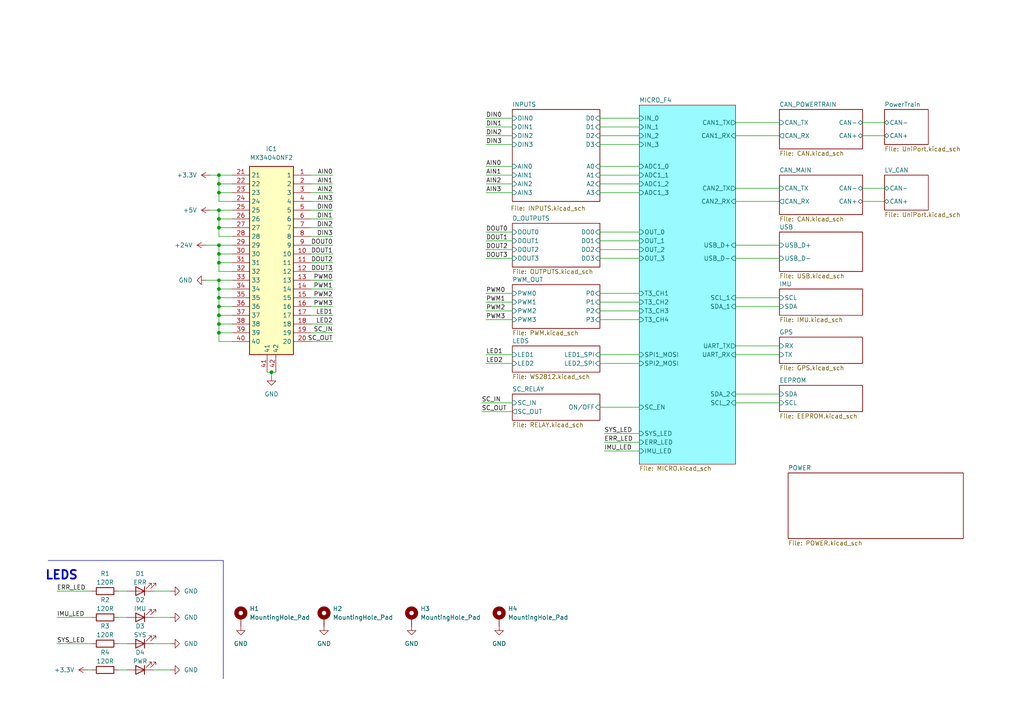
<source format=kicad_sch>
(kicad_sch (version 20231120) (generator "eeschema") (generator_version "8.0")
  (paper "A4")
  (title_block (title "TeR_ECU") (date "2024-11-03") (rev "V2.0.0") (company "Tecnun-eRacing") (comment 1 "Ozuba"))
  (lib_symbols
    (symbol "+3.3V_1" (power) (pin_numbers hide) (pin_names (offset 0) hide)
      (property "Value" "+3.3V" (at 0 3.556 0))
      (symbol "+3.3V_1_0_1"
        (polyline (pts (xy -0.762 1.27) (xy 0 2.54)))
        (polyline (pts (xy 0 0) (xy 0 2.54)))
        (polyline (pts (xy 0 2.54) (xy 0.762 1.27)))
      )
      (symbol "+3.3V_1_1_1"
        (pin power_in line (at 0 0 90) (length 0) (name "~") (number "1"))
      )
    )
    (symbol "Device:LED" (pin_numbers hide) (pin_names (offset 1.016) hide)
      (property "Reference" "D" (at 0 2.54 0))
      (property "Value" "LED" (at 0 -2.54 0))
      (symbol "LED_0_1"
        (polyline (pts (xy -1.27 -1.27) (xy -1.27 1.27)) (stroke (width 0.254)))
        (polyline (pts (xy -1.27 0) (xy 1.27 0)))
        (polyline (pts (xy 1.27 -1.27) (xy 1.27 1.27) (xy -1.27 0) (xy 1.27 -1.27)) (stroke (width 0.254)))
        (polyline (pts (xy -3.048 -0.762) (xy -4.572 -2.286) (xy -3.81 -2.286) (xy -4.572 -2.286) (xy -4.572 -1.524)))
        (polyline (pts (xy -1.778 -0.762) (xy -3.302 -2.286) (xy -2.54 -2.286) (xy -3.302 -2.286) (xy -3.302 -1.524)))
      )
      (symbol "LED_1_1"
        (pin passive line (at -3.81 0 0) (length 2.54) (name "K") (number "1"))
        (pin passive line (at 3.81 0 180) (length 2.54) (name "A") (number "2"))
      )
    )
    (symbol "Device:R" (pin_numbers hide) (pin_names (offset 0))
      (property "Reference" "R" (at 2.032 0 90))
      (property "Value" "R" (at 0 0 90))
      (symbol "R_0_1"
        (rectangle (start -1.016 -2.54) (end 1.016 2.54) (stroke (width 0.254)))
      )
      (symbol "R_1_1"
        (pin passive line (at 0 3.81 270) (length 1.27) (name "~") (number "1"))
        (pin passive line (at 0 -3.81 90) (length 1.27) (name "~") (number "2"))
      )
    )
    (symbol "MX34040NF2:MX34040NF2"
      (property "Reference" "IC1" (at 11.43 7.62 0))
      (property "Value" "MX34040NF2" (at 11.43 5.08 0))
      (symbol "MX34040NF2_1_1"
        (rectangle (start 5.08 2.54) (end 17.78 -52.07) (stroke (width 0.254)) (fill (type background)))
        (pin passive line (at 0 0 0) (length 5.08) (name "1") (number "1"))
        (pin passive line (at 0 -22.86 0) (length 5.08) (name "10") (number "10"))
        (pin passive line (at 0 -25.4 0) (length 5.08) (name "11") (number "11"))
        (pin passive line (at 0 -27.94 0) (length 5.08) (name "12") (number "12"))
        (pin passive line (at 0 -30.48 0) (length 5.08) (name "13") (number "13"))
        (pin passive line (at 0 -33.02 0) (length 5.08) (name "14") (number "14"))
        (pin passive line (at 0 -35.56 0) (length 5.08) (name "15") (number "15"))
        (pin passive line (at 0 -38.1 0) (length 5.08) (name "16") (number "16"))
        (pin passive line (at 0 -40.64 0) (length 5.08) (name "17") (number "17"))
        (pin passive line (at 0 -43.18 0) (length 5.08) (name "18") (number "18"))
        (pin passive line (at 0 -45.72 0) (length 5.08) (name "19") (number "19"))
        (pin passive line (at 0 -2.54 0) (length 5.08) (name "2") (number "2"))
        (pin passive line (at 0 -48.26 0) (length 5.08) (name "20") (number "20"))
        (pin passive line (at 22.86 0 180) (length 5.08) (name "21") (number "21"))
        (pin passive line (at 22.86 -2.54 180) (length 5.08) (name "22") (number "22"))
        (pin passive line (at 22.86 -5.08 180) (length 5.08) (name "23") (number "23"))
        (pin passive line (at 22.86 -7.62 180) (length 5.08) (name "24") (number "24"))
        (pin passive line (at 22.86 -10.16 180) (length 5.08) (name "25") (number "25"))
        (pin passive line (at 22.86 -12.7 180) (length 5.08) (name "26") (number "26"))
        (pin passive line (at 22.86 -15.24 180) (length 5.08) (name "27") (number "27"))
        (pin passive line (at 22.86 -17.78 180) (length 5.08) (name "28") (number "28"))
        (pin passive line (at 22.86 -20.32 180) (length 5.08) (name "29") (number "29"))
        (pin passive line (at 0 -5.08 0) (length 5.08) (name "3") (number "3"))
        (pin passive line (at 22.86 -22.86 180) (length 5.08) (name "30") (number "30"))
        (pin passive line (at 22.86 -25.4 180) (length 5.08) (name "31") (number "31"))
        (pin passive line (at 22.86 -27.94 180) (length 5.08) (name "32") (number "32"))
        (pin passive line (at 22.86 -30.48 180) (length 5.08) (name "33") (number "33"))
        (pin passive line (at 22.86 -33.02 180) (length 5.08) (name "34") (number "34"))
        (pin passive line (at 22.86 -35.56 180) (length 5.08) (name "35") (number "35"))
        (pin passive line (at 22.86 -38.1 180) (length 5.08) (name "36") (number "36"))
        (pin passive line (at 22.86 -40.64 180) (length 5.08) (name "37") (number "37"))
        (pin passive line (at 22.86 -43.18 180) (length 5.08) (name "38") (number "38"))
        (pin passive line (at 22.86 -45.72 180) (length 5.08) (name "39") (number "39"))
        (pin passive line (at 0 -7.62 0) (length 5.08) (name "4") (number "4"))
        (pin passive line (at 22.86 -48.26 180) (length 5.08) (name "40") (number "40"))
        (pin passive line (at 12.7 -57.15 90) (length 5.08) (name "41") (number "41"))
        (pin passive line (at 10.16 -57.15 90) (length 5.08) (name "42") (number "42"))
        (pin passive line (at 0 -10.16 0) (length 5.08) (name "5") (number "5"))
        (pin passive line (at 0 -12.7 0) (length 5.08) (name "6") (number "6"))
        (pin passive line (at 0 -15.24 0) (length 5.08) (name "7") (number "7"))
        (pin passive line (at 0 -17.78 0) (length 5.08) (name "8") (number "8"))
        (pin passive line (at 0 -20.32 0) (length 5.08) (name "9") (number "9"))
      )
    )
    (symbol "Mechanical:MountingHole_Pad" (pin_numbers hide) (pin_names (offset 1.016) hide)
      (property "Reference" "H" (at 0 6.35 0))
      (property "Value" "MountingHole_Pad" (at 0 4.445 0))
      (symbol "MountingHole_Pad_0_1"
        (circle (center 0 1.27) (radius 1.27) (stroke (width 1.27)))
      )
      (symbol "MountingHole_Pad_1_1"
        (pin input line (at 0 -2.54 90) (length 2.54) (name "1") (number "1"))
      )
    )
    (symbol "power:+24V" (power) (pin_numbers hide) (pin_names (offset 0) hide)
      (property "Value" "+24V" (at 0 3.556 0))
      (symbol "+24V_0_1"
        (polyline (pts (xy -0.762 1.27) (xy 0 2.54)))
        (polyline (pts (xy 0 0) (xy 0 2.54)))
        (polyline (pts (xy 0 2.54) (xy 0.762 1.27)))
      )
      (symbol "+24V_1_1"
        (pin power_in line (at 0 0 90) (length 0) (name "~") (number "1"))
      )
    )
    (symbol "power:+3.3V" (power) (pin_names (offset 0))
      (property "Value" "+3.3V" (at 0 3.556 0))
      (symbol "+3.3V_0_1"
        (polyline (pts (xy -0.762 1.27) (xy 0 2.54)))
        (polyline (pts (xy 0 0) (xy 0 2.54)))
        (polyline (pts (xy 0 2.54) (xy 0.762 1.27)))
      )
      (symbol "+3.3V_1_1"
        (pin power_in line (at 0 0 90) (length 0) hide (name "+3.3V") (number "1"))
      )
    )
    (symbol "power:+5V" (power) (pin_names (offset 0))
      (property "Value" "+5V" (at 0 3.556 0))
      (symbol "+5V_0_1"
        (polyline (pts (xy -0.762 1.27) (xy 0 2.54)))
        (polyline (pts (xy 0 0) (xy 0 2.54)))
        (polyline (pts (xy 0 2.54) (xy 0.762 1.27)))
      )
      (symbol "+5V_1_1"
        (pin power_in line (at 0 0 90) (length 0) hide (name "+5V") (number "1"))
      )
    )
    (symbol "power:GND" (power) (pin_names (offset 0))
      (property "Value" "GND" (at 0 -3.81 0))
      (symbol "GND_0_1"
        (polyline (pts (xy 0 0) (xy 0 -1.27) (xy 1.27 -1.27) (xy 0 -2.54) (xy -1.27 -1.27) (xy 0 -1.27)))
      )
      (symbol "GND_1_1"
        (pin power_in line (at 0 0 270) (length 0) hide (name "GND") (number "1"))
      )
    )
  )
  (junction (at 63.5 50.8))
  (junction (at 63.5 53.34))
  (junction (at 63.5 91.44))
  (junction (at 63.5 63.5))
  (junction (at 63.5 71.12))
  (junction (at 63.5 76.2))
  (junction (at 63.5 88.9))
  (junction (at 63.5 83.82))
  (junction (at 63.5 66.04))
  (junction (at 78.74 107.95))
  (junction (at 63.5 73.66))
  (junction (at 63.5 60.96))
  (junction (at 63.5 55.88))
  (junction (at 63.5 81.28))
  (junction (at 63.5 96.52))
  (junction (at 63.5 86.36))
  (junction (at 63.5 93.98))
  (wire (pts (xy 140.97 92.71) (xy 148.59 92.71)))
  (wire (pts (xy 173.99 72.39) (xy 185.42 72.39)))
  (wire (pts (xy 140.97 105.41) (xy 148.59 105.41)))
  (wire (pts (xy 139.7 116.84) (xy 148.59 116.84)))
  (wire (pts (xy 173.99 34.29) (xy 185.42 34.29)))
  (wire (pts (xy 63.5 50.8) (xy 67.31 50.8)))
  (wire (pts (xy 63.5 60.96) (xy 63.5 63.5)))
  (wire (pts (xy 34.29 186.69) (xy 36.83 186.69)))
  (wire (pts (xy 90.17 50.8) (xy 96.52 50.8)))
  (wire (pts (xy 44.45 171.45) (xy 49.53 171.45)))
  (wire (pts (xy 213.36 39.37) (xy 226.06 39.37)))
  (wire (pts (xy 67.31 99.06) (xy 63.5 99.06)))
  (wire (pts (xy 44.45 179.07) (xy 49.53 179.07)))
  (wire (pts (xy 16.51 171.45) (xy 26.67 171.45)))
  (wire (pts (xy 63.5 99.06) (xy 63.5 96.52)))
  (wire (pts (xy 140.97 102.87) (xy 148.59 102.87)))
  (wire (pts (xy 213.36 86.36) (xy 226.06 86.36)))
  (wire (pts (xy 63.5 91.44) (xy 63.5 88.9)))
  (wire (pts (xy 90.17 93.98) (xy 96.52 93.98)))
  (wire (pts (xy 63.5 55.88) (xy 63.5 58.42)))
  (wire (pts (xy 63.5 73.66) (xy 63.5 71.12)))
  (wire (pts (xy 63.5 81.28) (xy 67.31 81.28)))
  (wire (pts (xy 90.17 81.28) (xy 96.52 81.28)))
  (wire (pts (xy 173.99 39.37) (xy 185.42 39.37)))
  (wire (pts (xy 173.99 36.83) (xy 185.42 36.83)))
  (wire (pts (xy 34.29 171.45) (xy 36.83 171.45)))
  (wire (pts (xy 139.7 119.38) (xy 148.59 119.38)))
  (wire (pts (xy 63.5 71.12) (xy 67.31 71.12)))
  (wire (pts (xy 90.17 73.66) (xy 96.52 73.66)))
  (wire (pts (xy 90.17 66.04) (xy 96.52 66.04)))
  (wire (pts (xy 90.17 83.82) (xy 96.52 83.82)))
  (wire (pts (xy 63.5 76.2) (xy 63.5 73.66)))
  (wire (pts (xy 90.17 68.58) (xy 96.52 68.58)))
  (wire (pts (xy 63.5 96.52) (xy 63.5 93.98)))
  (wire (pts (xy 67.31 73.66) (xy 63.5 73.66)))
  (wire (pts (xy 213.36 88.9) (xy 226.06 88.9)))
  (wire (pts (xy 140.97 74.93) (xy 148.59 74.93)))
  (wire (pts (xy 140.97 36.83) (xy 148.59 36.83)))
  (wire (pts (xy 213.36 54.61) (xy 226.06 54.61)))
  (wire (pts (xy 90.17 55.88) (xy 96.52 55.88)))
  (wire (pts (xy 175.26 128.27) (xy 185.42 128.27)))
  (wire (pts (xy 63.5 88.9) (xy 63.5 86.36)))
  (wire (pts (xy 213.36 102.87) (xy 226.06 102.87)))
  (wire (pts (xy 78.74 109.22) (xy 78.74 107.95)))
  (wire (pts (xy 77.47 107.95) (xy 78.74 107.95)))
  (wire (pts (xy 173.99 90.17) (xy 185.42 90.17)))
  (wire (pts (xy 63.5 83.82) (xy 63.5 86.36)))
  (wire (pts (xy 90.17 78.74) (xy 96.52 78.74)))
  (wire (pts (xy 173.99 74.93) (xy 185.42 74.93)))
  (wire (pts (xy 213.36 116.84) (xy 226.06 116.84)))
  (wire (pts (xy 173.99 55.88) (xy 185.42 55.88)))
  (wire (pts (xy 67.31 83.82) (xy 63.5 83.82)))
  (wire (pts (xy 25.4 194.31) (xy 26.67 194.31)))
  (wire (pts (xy 67.31 78.74) (xy 63.5 78.74)))
  (wire (pts (xy 67.31 88.9) (xy 63.5 88.9)))
  (wire (pts (xy 90.17 71.12) (xy 96.52 71.12)))
  (wire (pts (xy 173.99 118.11) (xy 185.42 118.11)))
  (wire (pts (xy 90.17 53.34) (xy 96.52 53.34)))
  (wire (pts (xy 173.99 87.63) (xy 185.42 87.63)))
  (wire (pts (xy 173.99 85.09) (xy 185.42 85.09)))
  (wire (pts (xy 173.99 105.41) (xy 185.42 105.41)))
  (wire (pts (xy 173.99 69.85) (xy 185.42 69.85)))
  (wire (pts (xy 140.97 50.8) (xy 148.59 50.8)))
  (wire (pts (xy 173.99 48.26) (xy 185.42 48.26)))
  (wire (pts (xy 96.52 99.06) (xy 90.17 99.06)))
  (wire (pts (xy 90.17 91.44) (xy 96.52 91.44)))
  (wire (pts (xy 63.5 55.88) (xy 67.31 55.88)))
  (wire (pts (xy 90.17 63.5) (xy 96.52 63.5)))
  (wire (pts (xy 96.52 96.52) (xy 90.17 96.52)))
  (wire (pts (xy 63.5 63.5) (xy 63.5 66.04)))
  (wire (pts (xy 140.97 55.88) (xy 148.59 55.88)))
  (wire (pts (xy 90.17 58.42) (xy 96.52 58.42)))
  (wire (pts (xy 63.5 63.5) (xy 67.31 63.5)))
  (wire (pts (xy 140.97 90.17) (xy 148.59 90.17)))
  (wire (pts (xy 34.29 179.07) (xy 36.83 179.07)))
  (wire (pts (xy 140.97 69.85) (xy 148.59 69.85)))
  (wire (pts (xy 173.99 92.71) (xy 185.42 92.71)))
  (wire (pts (xy 140.97 85.09) (xy 148.59 85.09)))
  (wire (pts (xy 140.97 39.37) (xy 148.59 39.37)))
  (wire (pts (xy 63.5 66.04) (xy 67.31 66.04)))
  (wire (pts (xy 250.19 39.37) (xy 256.54 39.37)))
  (wire (pts (xy 90.17 76.2) (xy 96.52 76.2)))
  (wire (pts (xy 140.97 87.63) (xy 148.59 87.63)))
  (wire (pts (xy 175.26 130.81) (xy 185.42 130.81)))
  (wire (pts (xy 63.5 93.98) (xy 63.5 91.44)))
  (wire (pts (xy 173.99 53.34) (xy 185.42 53.34)))
  (wire (pts (xy 213.36 35.56) (xy 226.06 35.56)))
  (wire (pts (xy 140.97 72.39) (xy 148.59 72.39)))
  (wire (pts (xy 213.36 114.3) (xy 226.06 114.3)))
  (wire (pts (xy 173.99 41.91) (xy 185.42 41.91)))
  (wire (pts (xy 90.17 88.9) (xy 96.52 88.9)))
  (wire (pts (xy 59.69 81.28) (xy 63.5 81.28)))
  (wire (pts (xy 16.51 179.07) (xy 26.67 179.07)))
  (wire (pts (xy 213.36 58.42) (xy 226.06 58.42)))
  (wire (pts (xy 63.5 53.34) (xy 67.31 53.34)))
  (wire (pts (xy 173.99 50.8) (xy 185.42 50.8)))
  (wire (pts (xy 175.26 125.73) (xy 185.42 125.73)))
  (polyline (pts (xy 13.97 162.56) (xy 64.77 162.56)))
  (wire (pts (xy 140.97 34.29) (xy 148.59 34.29)))
  (wire (pts (xy 44.45 194.31) (xy 49.53 194.31)))
  (wire (pts (xy 67.31 76.2) (xy 63.5 76.2)))
  (wire (pts (xy 213.36 74.93) (xy 226.06 74.93)))
  (wire (pts (xy 63.5 66.04) (xy 63.5 68.58)))
  (wire (pts (xy 173.99 67.31) (xy 185.42 67.31)))
  (wire (pts (xy 63.5 53.34) (xy 63.5 55.88)))
  (wire (pts (xy 78.74 107.95) (xy 80.01 107.95)))
  (wire (pts (xy 63.5 60.96) (xy 67.31 60.96)))
  (wire (pts (xy 250.19 35.56) (xy 256.54 35.56)))
  (wire (pts (xy 67.31 91.44) (xy 63.5 91.44)))
  (wire (pts (xy 60.96 60.96) (xy 63.5 60.96)))
  (wire (pts (xy 63.5 83.82) (xy 63.5 81.28)))
  (wire (pts (xy 59.69 71.12) (xy 63.5 71.12)))
  (wire (pts (xy 213.36 100.33) (xy 226.06 100.33)))
  (wire (pts (xy 63.5 50.8) (xy 63.5 53.34)))
  (wire (pts (xy 173.99 102.87) (xy 185.42 102.87)))
  (wire (pts (xy 67.31 96.52) (xy 63.5 96.52)))
  (wire (pts (xy 60.96 50.8) (xy 63.5 50.8)))
  (wire (pts (xy 67.31 86.36) (xy 63.5 86.36)))
  (wire (pts (xy 140.97 67.31) (xy 148.59 67.31)))
  (wire (pts (xy 63.5 58.42) (xy 67.31 58.42)))
  (wire (pts (xy 67.31 93.98) (xy 63.5 93.98)))
  (wire (pts (xy 16.51 186.69) (xy 26.67 186.69)))
  (wire (pts (xy 140.97 48.26) (xy 148.59 48.26)))
  (wire (pts (xy 90.17 60.96) (xy 96.52 60.96)))
  (wire (pts (xy 34.29 194.31) (xy 36.83 194.31)))
  (wire (pts (xy 250.19 54.61) (xy 256.54 54.61)))
  (wire (pts (xy 140.97 53.34) (xy 148.59 53.34)))
  (wire (pts (xy 90.17 86.36) (xy 96.52 86.36)))
  (wire (pts (xy 140.97 41.91) (xy 148.59 41.91)))
  (wire (pts (xy 213.36 71.12) (xy 226.06 71.12)))
  (wire (pts (xy 63.5 68.58) (xy 67.31 68.58)))
  (wire (pts (xy 63.5 78.74) (xy 63.5 76.2)))
  (wire (pts (xy 250.19 58.42) (xy 256.54 58.42)))
  (wire (pts (xy 44.45 186.69) (xy 49.53 186.69)))
  (polyline (pts (xy 64.77 162.56) (xy 64.77 196.85)))
  (text "LEDS\n" (at 12.954 168.402 0) (effects (font (size 2.5 2.5) (thickness 0.5) (bold yes)) (justify left bottom)))
  (label "PWM1" (at 140.97 87.63 0))
  (label "DOUT0" (at 96.52 71.12 180))
  (label "PWM2" (at 96.52 86.36 180))
  (label "DOUT0" (at 140.97 67.31 0))
  (label "IMU_LED" (at 16.51 179.07 0))
  (label "SYS_LED" (at 175.26 125.73 0))
  (label "DIN0" (at 96.52 60.96 180))
  (label "DOUT1" (at 140.97 69.85 0))
  (label "PWM3" (at 96.52 88.9 180))
  (label "DIN1" (at 96.52 63.5 180))
  (label "DOUT2" (at 96.52 76.2 180))
  (label "PWM3" (at 140.97 92.71 0))
  (label "AIN2" (at 96.52 55.88 180))
  (label "SC_OUT" (at 96.52 99.06 180))
  (label "DIN0" (at 140.97 34.29 0))
  (label "AIN1" (at 140.97 50.8 0))
  (label "PWM0" (at 96.52 81.28 180))
  (label "ERR_LED" (at 16.51 171.45 0))
  (label "AIN3" (at 96.52 58.42 180))
  (label "SC_OUT" (at 139.7 119.38 0))
  (label "LED1" (at 96.52 91.44 180))
  (label "DIN3" (at 140.97 41.91 0))
  (label "SC_IN" (at 96.52 96.52 180))
  (label "LED1" (at 140.97 102.87 0))
  (label "DIN3" (at 96.52 68.58 180))
  (label "AIN2" (at 140.97 53.34 0))
  (label "DOUT3" (at 140.97 74.93 0))
  (label "AIN1" (at 96.52 53.34 180))
  (label "DIN2" (at 140.97 39.37 0))
  (label "SC_IN" (at 139.7 116.84 0))
  (label "IMU_LED" (at 175.26 130.81 0))
  (label "DOUT2" (at 140.97 72.39 0))
  (label "AIN0" (at 96.52 50.8 180))
  (label "PWM2" (at 140.97 90.17 0))
  (label "LED2" (at 96.52 93.98 180))
  (label "ERR_LED" (at 175.26 128.27 0))
  (label "DIN2" (at 96.52 66.04 180))
  (label "DOUT3" (at 96.52 78.74 180))
  (label "AIN3" (at 140.97 55.88 0))
  (label "PWM1" (at 96.52 83.82 180))
  (label "DOUT1" (at 96.52 73.66 180))
  (label "SYS_LED" (at 16.51 186.69 0))
  (label "PWM0" (at 140.97 85.09 0))
  (label "AIN0" (at 140.97 48.26 0))
  (label "DIN1" (at 140.97 36.83 0))
  (label "LED2" (at 140.97 105.41 0))
  (symbol (lib_id "power:GND") (at 144.78 181.61 0) (unit 1)
    (property "Reference" "#PWR09" (effects (hide yes)))
    (property "Value" "GND" (at 144.78 186.69 0))
  )
  (symbol (lib_id "Device:R") (at 30.48 186.69 90) (unit 1)
    (property "Reference" "R3" (at 30.48 181.61 90))
    (property "Value" "120R" (at 30.48 184.15 90))
    (property "Footprint" "Resistor_SMD:R_0603_1608Metric" (effects (hide yes)))
  )
  (symbol (lib_id "Device:LED") (at 40.64 194.31 180) (unit 1)
    (property "Reference" "D4" (at 40.64 189.23 0))
    (property "Value" "PWR" (at 40.64 191.77 0))
    (property "Footprint" "LED_SMD:LED_0603_1608Metric" (effects (hide yes)))
  )
  (symbol (lib_id "Device:LED") (at 40.64 186.69 180) (unit 1)
    (property "Reference" "D3" (at 40.64 181.61 0))
    (property "Value" "SYS" (at 40.64 184.15 0))
    (property "Footprint" "LED_SMD:LED_0603_1608Metric" (effects (hide yes)))
  )
  (symbol (lib_name "+3.3V_1") (lib_id "power:+3.3V") (at 60.96 50.8 90) (unit 1)
    (property "Reference" "#PWR075" (effects (hide yes)))
    (property "Value" "+3.3V" (at 57.15 50.7999 90) (effects (justify left)))
    (property "Description" "Power symbol creates a global label with name \"+3.3V\"" (effects (hide yes)))
  )
  (symbol (lib_id "power:GND") (at 69.85 181.61 0) (unit 1)
    (property "Reference" "#PWR06" (effects (hide yes)))
    (property "Value" "GND" (at 69.85 186.69 0))
  )
  (symbol (lib_id "power:+3.3V") (at 25.4 194.31 90) (unit 1)
    (property "Reference" "#PWR01" (effects (hide yes)))
    (property "Value" "+3.3V" (at 21.59 194.31 90) (effects (justify left)))
  )
  (symbol (lib_id "Mechanical:MountingHole_Pad") (at 69.85 179.07 0) (unit 1)
    (property "Reference" "H1" (at 72.39 176.53 0) (effects (justify left)))
    (property "Value" "MountingHole_Pad" (at 72.39 179.07 0) (effects (justify left)))
    (property "Footprint" "MountingHole:MountingHole_3.2mm_M3_ISO7380_Pad_TopBottom" (effects (hide yes)))
  )
  (symbol (lib_id "power:GND") (at 78.74 109.22 0) (unit 1)
    (property "Reference" "#PWR031" (effects (hide yes)))
    (property "Value" "GND" (at 78.74 114.3 0))
  )
  (symbol (lib_id "power:GND") (at 49.53 186.69 90) (unit 1)
    (property "Reference" "#PWR04" (effects (hide yes)))
    (property "Value" "GND" (at 53.34 186.69 90) (effects (justify right)))
  )
  (symbol (lib_id "Device:R") (at 30.48 194.31 90) (unit 1)
    (property "Reference" "R4" (at 30.48 189.23 90))
    (property "Value" "120R" (at 30.48 191.77 90))
    (property "Footprint" "Resistor_SMD:R_0603_1608Metric" (effects (hide yes)))
  )
  (symbol (lib_id "Device:R") (at 30.48 171.45 90) (unit 1)
    (property "Reference" "R1" (at 30.48 166.37 90))
    (property "Value" "120R" (at 30.48 168.91 90))
    (property "Footprint" "Resistor_SMD:R_0603_1608Metric" (effects (hide yes)))
  )
  (symbol (lib_id "power:+5V") (at 60.96 60.96 90) (unit 1)
    (property "Reference" "#PWR032" (effects (hide yes)))
    (property "Value" "+5V" (at 57.15 60.9599 90) (effects (justify left)))
  )
  (symbol (lib_id "power:GND") (at 93.98 181.61 0) (unit 1)
    (property "Reference" "#PWR07" (effects (hide yes)))
    (property "Value" "GND" (at 93.98 186.69 0))
  )
  (symbol (lib_id "power:+24V") (at 59.69 71.12 90) (unit 1)
    (property "Reference" "#PWR0141" (effects (hide yes)))
    (property "Value" "+24V" (at 55.88 71.1199 90) (effects (justify left)))
    (property "Description" "Power symbol creates a global label with name \"+24V\"" (effects (hide yes)))
  )
  (symbol (lib_id "Device:R") (at 30.48 179.07 90) (unit 1)
    (property "Reference" "R2" (at 30.48 173.99 90))
    (property "Value" "120R" (at 30.48 176.53 90))
    (property "Footprint" "Resistor_SMD:R_0603_1608Metric" (effects (hide yes)))
  )
  (symbol (lib_id "MX34040NF2:MX34040NF2") (at 90.17 50.8 0) (mirror y) (unit 1)
    (property "Reference" "IC1" (at 78.74 43.18 0))
    (property "Value" "MX34040NF2" (at 78.74 45.72 0))
    (property "Footprint" "MX34040NF2:MX34040NF2" (effects (hide yes)))
    (property "Datasheet" "https://www.jae.com/direct/topics/topics_file_download/topics_id=64950&ext_no=06&_lang=en&v=" (effects (hide yes)))
    (property "Height" "15" (effects (hide yes)))
    (property "Mouser Part Number" "656-MX34040NF2" (effects (hide yes)))
    (property "Mouser Price/Stock" "https://www.mouser.co.uk/ProductDetail/JAE-Electronics/MX34040NF2?qs=e1Y2jJE%2FU%252BvJVmbSaTO13w%3D%3D" (effects (hide yes)))
    (property "Manufacturer_Name" "JAE" (effects (hide yes)))
    (property "Manufacturer_Part_Number" "MX34040NF2" (effects (hide yes)))
  )
  (symbol (lib_id "Mechanical:MountingHole_Pad") (at 93.98 179.07 0) (unit 1)
    (property "Reference" "H2" (at 96.52 176.53 0) (effects (justify left)))
    (property "Value" "MountingHole_Pad" (at 96.52 179.07 0) (effects (justify left)))
    (property "Footprint" "MountingHole:MountingHole_3.2mm_M3_ISO7380_Pad_TopBottom" (effects (hide yes)))
  )
  (symbol (lib_id "power:GND") (at 59.69 81.28 270) (unit 1)
    (property "Reference" "#PWR0140" (effects (hide yes)))
    (property "Value" "GND" (at 55.88 81.2799 90) (effects (justify right)))
  )
  (symbol (lib_id "Mechanical:MountingHole_Pad") (at 119.38 179.07 0) (unit 1)
    (property "Reference" "H3" (at 121.92 176.53 0) (effects (justify left)))
    (property "Value" "MountingHole_Pad" (at 121.92 179.07 0) (effects (justify left)))
    (property "Footprint" "MountingHole:MountingHole_3.2mm_M3_ISO7380_Pad_TopBottom" (effects (hide yes)))
  )
  (symbol (lib_id "power:GND") (at 49.53 194.31 90) (unit 1)
    (property "Reference" "#PWR05" (effects (hide yes)))
    (property "Value" "GND" (at 53.34 194.31 90) (effects (justify right)))
  )
  (symbol (lib_id "Mechanical:MountingHole_Pad") (at 144.78 179.07 0) (unit 1)
    (property "Reference" "H4" (at 147.32 176.53 0) (effects (justify left)))
    (property "Value" "MountingHole_Pad" (at 147.32 179.07 0) (effects (justify left)))
    (property "Footprint" "MountingHole:MountingHole_3.2mm_M3_ISO7380_Pad_TopBottom" (effects (hide yes)))
  )
  (symbol (lib_id "power:GND") (at 49.53 171.45 90) (unit 1)
    (property "Reference" "#PWR02" (effects (hide yes)))
    (property "Value" "GND" (at 53.34 171.45 90) (effects (justify right)))
  )
  (symbol (lib_id "power:GND") (at 49.53 179.07 90) (unit 1)
    (property "Reference" "#PWR03" (effects (hide yes)))
    (property "Value" "GND" (at 53.34 179.07 90) (effects (justify right)))
  )
  (symbol (lib_id "Device:LED") (at 40.64 171.45 180) (unit 1)
    (property "Reference" "D1" (at 40.64 166.37 0))
    (property "Value" "ERR" (at 40.64 168.91 0))
    (property "Footprint" "LED_SMD:LED_0603_1608Metric" (effects (hide yes)))
  )
  (symbol (lib_id "power:GND") (at 119.38 181.61 0) (unit 1)
    (property "Reference" "#PWR08" (effects (hide yes)))
    (property "Value" "GND" (at 119.38 186.69 0))
  )
  (symbol (lib_id "Device:LED") (at 40.64 179.07 180) (unit 1)
    (property "Reference" "D2" (at 40.64 173.99 0))
    (property "Value" "IMU" (at 40.64 176.53 0))
    (property "Footprint" "LED_SMD:LED_0603_1608Metric" (effects (hide yes)))
  )
  (sheet (at 226.06 31.75) (size 24.13 11.43) (stroke (width 0.1524))
    (property "Sheetname" "CAN_POWERTRAIN" (at 226.06 31.0384 0) (effects (justify left bottom)))
    (property "Sheetfile" "CAN.kicad_sch" (at 226.06 43.7646 0) (effects (justify left top)))
    (pin "CAN-" bidirectional (at 250.19 35.56 0))
    (pin "CAN+" bidirectional (at 250.19 39.37 0))
    (pin "CAN_TX" input (at 226.06 35.56 180))
    (pin "CAN_RX" output (at 226.06 39.37 180))
  )
  (sheet (at 148.59 64.77) (size 25.4 12.7) (stroke (width 0.1524))
    (property "Sheetname" "D_OUTPUTS" (at 148.59 64.0584 0) (effects (justify left bottom)))
    (property "Sheetfile" "OUTPUTS.kicad_sch" (at 148.59 78.0546 0) (effects (justify left top)))
    (pin "DO1" input (at 173.99 69.85 0))
    (pin "DO0" input (at 173.99 67.31 0))
    (pin "DOUT1" input (at 148.59 69.85 180))
    (pin "DOUT0" input (at 148.59 67.31 180))
    (pin "DOUT3" input (at 148.59 74.93 180))
    (pin "DO3" input (at 173.99 74.93 0))
    (pin "DO2" input (at 173.99 72.39 0))
    (pin "DOUT2" input (at 148.59 72.39 180))
  )
  (sheet (at 226.06 111.76) (size 24.13 7.62) (stroke (width 0.1524))
    (property "Sheetname" "EEPROM" (at 226.06 111.0484 0) (effects (justify left bottom)))
    (property "Sheetfile" "EEPROM.kicad_sch" (at 226.06 119.9646 0) (effects (justify left top)))
    (pin "SDA" input (at 226.06 114.3 180))
    (pin "SCL" input (at 226.06 116.84 180))
  )
  (sheet (at 148.59 100.33) (size 25.4 7.62) (stroke (width 0.1524))
    (property "Sheetname" "LEDS" (at 148.59 99.6184 0) (effects (justify left bottom)))
    (property "Sheetfile" "WS2812.kicad_sch" (at 148.59 108.5346 0) (effects (justify left top)))
    (pin "LED2_SPI" input (at 173.99 105.41 0))
    (pin "LED1_SPI" input (at 173.99 102.87 0))
    (pin "LED1" input (at 148.59 102.87 180))
    (pin "LED2" input (at 148.59 105.41 180))
  )
  (sheet (at 226.06 50.8) (size 24.13 11.43) (stroke (width 0.1524))
    (property "Sheetname" "CAN_MAIN" (at 226.06 50.0884 0) (effects (justify left bottom)))
    (property "Sheetfile" "CAN.kicad_sch" (at 226.06 62.8146 0) (effects (justify left top)))
    (pin "CAN_TX" input (at 226.06 54.61 180))
    (pin "CAN_RX" output (at 226.06 58.42 180))
    (pin "CAN-" bidirectional (at 250.19 54.61 0))
    (pin "CAN+" bidirectional (at 250.19 58.42 0))
  )
  (sheet (at 185.42 30.48) (size 27.94 104.14) (stroke (width 0.1524)) (fill (color 153 251 255 1.0000))
    (property "Sheetname" "MICRO_F4" (at 185.42 29.7684 0) (effects (justify left bottom)))
    (property "Sheetfile" "MICRO.kicad_sch" (at 185.42 135.128 0) (effects (justify left top)))
    (pin "CAN1_RX" input (at 213.36 39.37 0))
    (pin "CAN1_TX" output (at 213.36 35.56 0))
    (pin "CAN2_TX" output (at 213.36 54.61 0))
    (pin "CAN2_RX" input (at 213.36 58.42 0))
    (pin "USB_D+" input (at 213.36 71.12 0))
    (pin "USB_D-" input (at 213.36 74.93 0))
    (pin "SCL_1" input (at 213.36 86.36 0))
    (pin "SDA_1" input (at 213.36 88.9 0))
    (pin "UART_RX" input (at 213.36 102.87 0))
    (pin "UART_TX" output (at 213.36 100.33 0))
    (pin "SDA_2" input (at 213.36 114.3 0))
    (pin "SCL_2" input (at 213.36 116.84 0))
    (pin "ADC1_2" input (at 185.42 53.34 180))
    (pin "ADC1_0" input (at 185.42 48.26 180))
    (pin "ADC1_3" input (at 185.42 55.88 180))
    (pin "ADC1_1" input (at 185.42 50.8 180))
    (pin "IN_0" input (at 185.42 34.29 180))
    (pin "IN_1" input (at 185.42 36.83 180))
    (pin "IN_2" input (at 185.42 39.37 180))
    (pin "IN_3" input (at 185.42 41.91 180))
    (pin "SPI2_MOSI" input (at 185.42 105.41 180))
    (pin "SPI1_MOSI" input (at 185.42 102.87 180))
    (pin "OUT_1" input (at 185.42 69.85 180))
    (pin "OUT_2" input (at 185.42 72.39 180))
    (pin "OUT_0" input (at 185.42 67.31 180))
    (pin "OUT_3" input (at 185.42 74.93 180))
    (pin "SC_EN" input (at 185.42 118.11 180))
    (pin "ERR_LED" input (at 185.42 128.27 180))
    (pin "SYS_LED" input (at 185.42 125.73 180))
    (pin "IMU_LED" input (at 185.42 130.81 180))
    (pin "T3_CH1" input (at 185.42 85.09 180))
    (pin "T3_CH2" input (at 185.42 87.63 180))
    (pin "T3_CH3" input (at 185.42 90.17 180))
    (pin "T3_CH4" input (at 185.42 92.71 180))
  )
  (sheet (at 226.06 97.79) (size 24.13 7.62) (stroke (width 0.1524))
    (property "Sheetname" "GPS" (at 226.06 97.0784 0) (effects (justify left bottom)))
    (property "Sheetfile" "GPS.kicad_sch" (at 226.06 105.9946 0) (effects (justify left top)))
    (pin "RX" input (at 226.06 100.33 180))
    (pin "TX" input (at 226.06 102.87 180))
  )
  (sheet (at 256.54 50.8) (size 12.7 10.16) (stroke (width 0.1524))
    (property "Sheetname" "LV_CAN" (at 256.54 50.0884 0) (effects (justify left bottom)))
    (property "Sheetfile" "UniPort.kicad_sch" (at 256.54 61.5446 0) (effects (justify left top)))
    (pin "CAN+" bidirectional (at 256.54 58.42 180))
    (pin "CAN-" bidirectional (at 256.54 54.61 180))
  )
  (sheet (at 226.06 83.82) (size 24.13 7.62) (stroke (width 0.1524))
    (property "Sheetname" "IMU" (at 226.06 83.1084 0) (effects (justify left bottom)))
    (property "Sheetfile" "IMU.kicad_sch" (at 226.06 92.0246 0) (effects (justify left top)))
    (pin "SDA" input (at 226.06 88.9 180))
    (pin "SCL" input (at 226.06 86.36 180))
  )
  (sheet (at 148.59 82.55) (size 25.4 12.7) (stroke (width 0.1524))
    (property "Sheetname" "PWM_OUT" (at 148.59 81.8384 0) (effects (justify left bottom)))
    (property "Sheetfile" "PWM.kicad_sch" (at 148.59 95.8346 0) (effects (justify left top)))
    (pin "PWM1" input (at 148.59 87.63 180))
    (pin "PWM0" input (at 148.59 85.09 180))
    (pin "P1" input (at 173.99 87.63 0))
    (pin "P3" input (at 173.99 92.71 0))
    (pin "P2" input (at 173.99 90.17 0))
    (pin "P0" input (at 173.99 85.09 0))
    (pin "PWM2" input (at 148.59 90.17 180))
    (pin "PWM3" input (at 148.59 92.71 180))
  )
  (sheet (at 148.59 31.75) (size 25.4 26.67) (stroke (width 0.1524))
    (property "Sheetname" "INPUTS" (at 148.59 31.0384 0) (effects (justify left bottom)))
    (property "Sheetfile" "INPUTS.kicad_sch" (at 148.082 59.69 0) (effects (justify left top)))
    (pin "DIN1" input (at 148.59 36.83 180))
    (pin "DIN2" input (at 148.59 39.37 180))
    (pin "D1" input (at 173.99 36.83 0))
    (pin "D2" input (at 173.99 39.37 0))
    (pin "D3" input (at 173.99 41.91 0))
    (pin "DIN3" input (at 148.59 41.91 180))
    (pin "DIN0" input (at 148.59 34.29 180))
    (pin "D0" input (at 173.99 34.29 0))
    (pin "A0" input (at 173.99 48.26 0))
    (pin "A1" input (at 173.99 50.8 0))
    (pin "AIN1" input (at 148.59 50.8 180))
    (pin "AIN0" input (at 148.59 48.26 180))
    (pin "AIN3" input (at 148.59 55.88 180))
    (pin "AIN2" input (at 148.59 53.34 180))
    (pin "A2" input (at 173.99 53.34 0))
    (pin "A3" input (at 173.99 55.88 0))
  )
  (sheet (at 148.59 114.3) (size 25.4 7.62) (stroke (width 0.1524))
    (property "Sheetname" "SC_RELAY" (at 148.59 113.5884 0) (effects (justify left bottom)))
    (property "Sheetfile" "RELAY.kicad_sch" (at 148.59 122.5046 0) (effects (justify left top)))
    (pin "SC_IN" input (at 148.59 116.84 180))
    (pin "ON{slash}OFF" input (at 173.99 118.11 0))
    (pin "SC_OUT" output (at 148.59 119.38 180))
  )
  (sheet (at 256.54 31.75) (size 12.7 10.16) (stroke (width 0.1524))
    (property "Sheetname" "PowerTrain" (at 256.54 31.0384 0) (effects (justify left bottom)))
    (property "Sheetfile" "UniPort.kicad_sch" (at 256.54 42.4946 0) (effects (justify left top)))
    (pin "CAN+" bidirectional (at 256.54 39.37 180))
    (pin "CAN-" bidirectional (at 256.54 35.56 180))
  )
  (sheet (at 228.6 137.16) (size 50.8 19.05) (stroke (width 0.1524))
    (property "Sheetname" "POWER" (at 228.6 136.4484 0) (effects (justify left bottom)))
    (property "Sheetfile" "POWER.kicad_sch" (at 228.6 156.7946 0) (effects (justify left top)))
  )
  (sheet (at 226.06 67.31) (size 24.13 11.43) (stroke (width 0.1524))
    (property "Sheetname" "USB" (at 226.06 66.5984 0) (effects (justify left bottom)))
    (property "Sheetfile" "USB.kicad_sch" (at 226.06 79.3246 0) (effects (justify left top)))
    (pin "USB_D+" input (at 226.06 71.12 180))
    (pin "USB_D-" input (at 226.06 74.93 180))
  )
)
</source>
